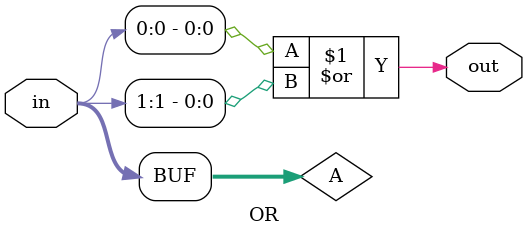
<source format=v>
`timescale 1ns / 1ps

module OR
  #(parameter W = 2, DLY=5)
  (input  [W-1:0] in,
   output         out);

  wire [1:0] A;

  generate
    if (W == 2)
      assign A = in;
    else begin
      OR #(.W(W/2),.DLY(DLY)) instA(in[W/2-1:0],A[0]);
      OR #(.W(W/2),.DLY(DLY)) instB(in[W-1:W/2],A[1]);
    end
  endgenerate

  or #DLY (out,A[0],A[1]);


endmodule

</source>
